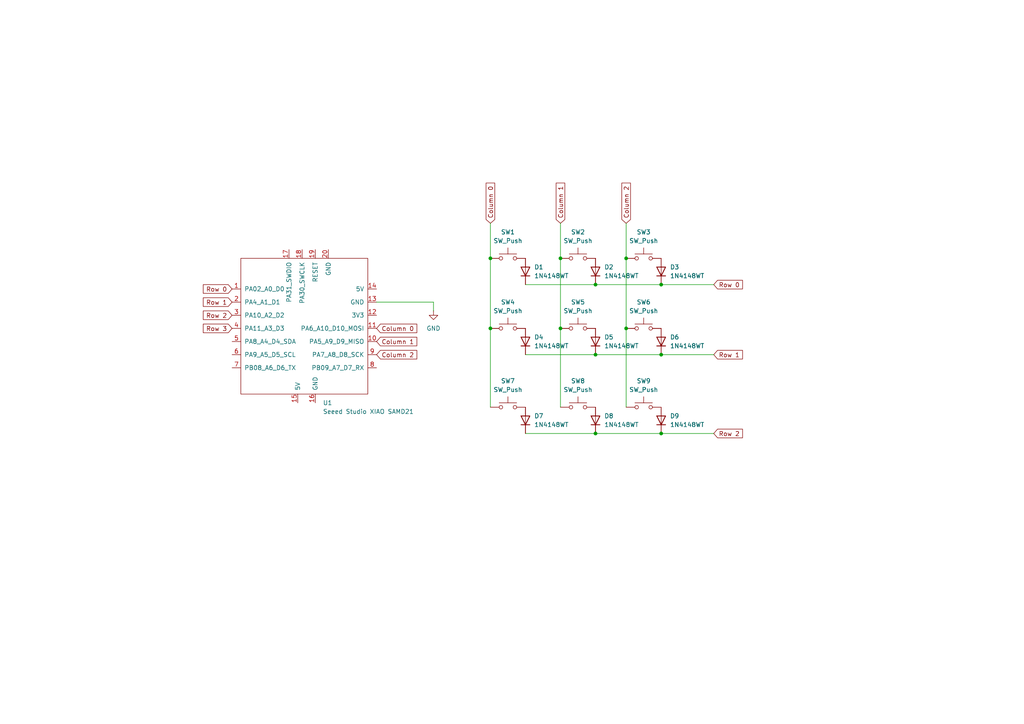
<source format=kicad_sch>
(kicad_sch (version 20231120) (generator "eeschema") (generator_version "8.0")
  (paper "A4")
  (lib_symbols
    (symbol "Diode:1N4148WT" (pin_numbers hide) (pin_names hide)
      (property "Reference" "D" (at 0 2.54 0))
      (property "Value" "1N4148WT" (at 0 -2.54 0))
      (symbol "1N4148WT_0_1"
        (polyline (pts (xy -1.27 1.27) (xy -1.27 -1.27)) (stroke (width 0.254)))
        (polyline (pts (xy 1.27 0) (xy -1.27 0)))
        (polyline (pts (xy 1.27 1.27) (xy 1.27 -1.27) (xy -1.27 0) (xy 1.27 1.27)) (stroke (width 0.254)))
      )
      (symbol "1N4148WT_1_1"
        (pin passive line (at -3.81 0 0) (length 2.54) (name "K") (number "1"))
        (pin passive line (at 3.81 0 180) (length 2.54) (name "A") (number "2"))
      )
    )
    (symbol "Seeed_Studio_XIAO_Series:Seeed Studio XIAO SAMD21" (pin_names (offset 1.016))
      (property "Reference" "U" (at -19.05 22.86 0))
      (property "Value" "Seeed Studio XIAO SAMD21" (at -12.7 21.59 0))
      (symbol "Seeed Studio XIAO SAMD21_0_1"
        (rectangle (start -19.05 20.32) (end 17.78 -19.05))
      )
      (symbol "Seeed Studio XIAO SAMD21_1_1"
        (pin unspecified line (at -21.59 11.43 0) (length 2.54) (name "PA02_A0_D0") (number "1"))
        (pin unspecified line (at 20.32 -3.81 180) (length 2.54) (name "PA5_A9_D9_MISO") (number "10"))
        (pin unspecified line (at 20.32 0 180) (length 2.54) (name "PA6_A10_D10_MOSI") (number "11"))
        (pin unspecified line (at 20.32 3.81 180) (length 2.54) (name "3V3") (number "12"))
        (pin unspecified line (at 20.32 7.62 180) (length 2.54) (name "GND") (number "13"))
        (pin unspecified line (at 20.32 11.43 180) (length 2.54) (name "5V") (number "14"))
        (pin input line (at -2.54 -21.59 90) (length 2.54) (name "5V") (number "15"))
        (pin input line (at 2.54 -21.59 90) (length 2.54) (name "GND") (number "16"))
        (pin input line (at -5.08 22.86 270) (length 2.54) (name "PA31_SWDIO") (number "17"))
        (pin input line (at -1.27 22.86 270) (length 2.54) (name "PA30_SWCLK") (number "18"))
        (pin input line (at 2.54 22.86 270) (length 2.54) (name "RESET") (number "19"))
        (pin unspecified line (at -21.59 7.62 0) (length 2.54) (name "PA4_A1_D1") (number "2"))
        (pin input line (at 6.35 22.86 270) (length 2.54) (name "GND") (number "20"))
        (pin unspecified line (at -21.59 3.81 0) (length 2.54) (name "PA10_A2_D2") (number "3"))
        (pin unspecified line (at -21.59 0 0) (length 2.54) (name "PA11_A3_D3") (number "4"))
        (pin unspecified line (at -21.59 -3.81 0) (length 2.54) (name "PA8_A4_D4_SDA") (number "5"))
        (pin unspecified line (at -21.59 -7.62 0) (length 2.54) (name "PA9_A5_D5_SCL") (number "6"))
        (pin unspecified line (at -21.59 -11.43 0) (length 2.54) (name "PB08_A6_D6_TX") (number "7"))
        (pin unspecified line (at 20.32 -11.43 180) (length 2.54) (name "PB09_A7_D7_RX") (number "8"))
        (pin unspecified line (at 20.32 -7.62 180) (length 2.54) (name "PA7_A8_D8_SCK") (number "9"))
      )
    )
    (symbol "Switch:SW_Push" (pin_numbers hide) (pin_names (offset 1.016) hide)
      (property "Reference" "SW" (at 1.27 2.54 0))
      (property "Value" "SW_Push" (at 0 -1.524 0))
      (symbol "SW_Push_0_1"
        (circle (center -2.032 0) (radius 0.508))
        (polyline (pts (xy 0 1.27) (xy 0 3.048)))
        (polyline (pts (xy 2.54 1.27) (xy -2.54 1.27)))
        (circle (center 2.032 0) (radius 0.508))
        (pin passive line (at -5.08 0 0) (length 2.54) (name "1") (number "1"))
        (pin passive line (at 5.08 0 180) (length 2.54) (name "2") (number "2"))
      )
    )
    (symbol "power:GND" (power) (pin_numbers hide) (pin_names (offset 0) hide)
      (property "Value" "GND" (at 0 -3.81 0))
      (symbol "GND_0_1"
        (polyline (pts (xy 0 0) (xy 0 -1.27) (xy 1.27 -1.27) (xy 0 -2.54) (xy -1.27 -1.27) (xy 0 -1.27)))
      )
      (symbol "GND_1_1"
        (pin power_in line (at 0 0 270) (length 0) (name "~") (number "1"))
      )
    )
  )
  (junction (at 191.77 102.87))
  (junction (at 172.72 82.55))
  (junction (at 142.24 74.93))
  (junction (at 162.56 74.93))
  (junction (at 172.72 125.73))
  (junction (at 181.61 74.93))
  (junction (at 172.72 102.87))
  (junction (at 181.61 95.25))
  (junction (at 191.77 82.55))
  (junction (at 191.77 125.73))
  (junction (at 162.56 95.25))
  (junction (at 142.24 95.25))
  (wire (pts (xy 172.72 102.87) (xy 191.77 102.87)))
  (wire (pts (xy 181.61 95.25) (xy 181.61 118.11)))
  (wire (pts (xy 142.24 64.77) (xy 142.24 74.93)))
  (wire (pts (xy 125.73 87.63) (xy 125.73 90.17)))
  (wire (pts (xy 207.01 125.73) (xy 191.77 125.73)))
  (wire (pts (xy 162.56 74.93) (xy 162.56 95.25)))
  (wire (pts (xy 109.22 87.63) (xy 125.73 87.63)))
  (wire (pts (xy 142.24 74.93) (xy 142.24 95.25)))
  (wire (pts (xy 207.01 102.87) (xy 191.77 102.87)))
  (wire (pts (xy 172.72 82.55) (xy 191.77 82.55)))
  (wire (pts (xy 207.01 82.55) (xy 191.77 82.55)))
  (wire (pts (xy 181.61 64.77) (xy 181.61 74.93)))
  (wire (pts (xy 142.24 95.25) (xy 142.24 118.11)))
  (wire (pts (xy 162.56 95.25) (xy 162.56 118.11)))
  (wire (pts (xy 172.72 125.73) (xy 191.77 125.73)))
  (wire (pts (xy 152.4 82.55) (xy 172.72 82.55)))
  (wire (pts (xy 181.61 74.93) (xy 181.61 95.25)))
  (wire (pts (xy 152.4 125.73) (xy 172.72 125.73)))
  (wire (pts (xy 162.56 64.77) (xy 162.56 74.93)))
  (wire (pts (xy 152.4 102.87) (xy 172.72 102.87)))
  (global_label "Column 0" (shape input) (at 109.22 95.25 0) (property "Intersheetrefs" "${INTERSHEET_REFS}" (effects (hide yes))))
  (global_label "Column 2" (shape input) (at 181.61 64.77 90) (property "Intersheetrefs" "${INTERSHEET_REFS}" (effects (hide yes))))
  (global_label "Column 2" (shape input) (at 109.22 102.87 0) (property "Intersheetrefs" "${INTERSHEET_REFS}" (effects (hide yes))))
  (global_label "Row 0" (shape input) (at 207.01 82.55 0) (property "Intersheetrefs" "${INTERSHEET_REFS}" (effects (hide yes))))
  (global_label "Column 1" (shape input) (at 109.22 99.06 0) (property "Intersheetrefs" "${INTERSHEET_REFS}" (effects (hide yes))))
  (global_label "Row 2" (shape input) (at 67.31 91.44 180) (property "Intersheetrefs" "${INTERSHEET_REFS}" (effects (hide yes))))
  (global_label "Row 1" (shape input) (at 67.31 87.63 180) (property "Intersheetrefs" "${INTERSHEET_REFS}" (effects (hide yes))))
  (global_label "Row 3" (shape input) (at 67.31 95.25 180) (property "Intersheetrefs" "${INTERSHEET_REFS}" (effects (hide yes))))
  (global_label "Row 1" (shape input) (at 207.01 102.87 0) (property "Intersheetrefs" "${INTERSHEET_REFS}" (effects (hide yes))))
  (global_label "Column 0" (shape input) (at 142.24 64.77 90) (property "Intersheetrefs" "${INTERSHEET_REFS}" (effects (hide yes))))
  (global_label "Row 0" (shape input) (at 67.31 83.82 180) (property "Intersheetrefs" "${INTERSHEET_REFS}" (effects (hide yes))))
  (global_label "Column 1" (shape input) (at 162.56 64.77 90) (property "Intersheetrefs" "${INTERSHEET_REFS}" (effects (hide yes))))
  (global_label "Row 2" (shape input) (at 207.01 125.73 0) (property "Intersheetrefs" "${INTERSHEET_REFS}" (effects (hide yes))))
  (symbol (lib_id "Switch:SW_Push") (at 167.64 95.25 0) (unit 1)
    (property "Reference" "SW5" (at 167.64 87.63 0))
    (property "Value" "SW_Push" (at 167.64 90.17 0))
    (property "Footprint" "Button_Switch_Keyboard:SW_Cherry_MX_1.00u_PCB" (effects (hide yes)))
    (property "Description" "Push button switch, generic, two pins" (effects (hide yes)))
  )
  (symbol (lib_id "Switch:SW_Push") (at 186.69 95.25 0) (unit 1)
    (property "Reference" "SW6" (at 186.69 87.63 0))
    (property "Value" "SW_Push" (at 186.69 90.17 0))
    (property "Footprint" "Button_Switch_Keyboard:SW_Cherry_MX_1.00u_PCB" (effects (hide yes)))
    (property "Description" "Push button switch, generic, two pins" (effects (hide yes)))
  )
  (symbol (lib_id "Diode:1N4148WT") (at 152.4 78.74 90) (unit 1)
    (property "Reference" "D1" (at 154.94 77.4699 90) (effects (justify right)))
    (property "Value" "1N4148WT" (at 154.94 80.0099 90) (effects (justify right)))
    (property "Footprint" "Diode_SMD:D_SOD-523" (effects (hide yes)))
    (property "Datasheet" "https://www.diodes.com/assets/Datasheets/ds30396.pdf" (effects (hide yes)))
    (property "Description" "75V 0.15A Fast switching Diode, SOD-523" (effects (hide yes)))
    (property "Sim.Device" "D" (effects (hide yes)))
    (property "Sim.Pins" "1=K 2=A" (effects (hide yes)))
  )
  (symbol (lib_id "Seeed_Studio_XIAO_Series:Seeed Studio XIAO SAMD21") (at 88.9 95.25 0) (unit 1)
    (property "Reference" "U1" (at 93.6341 116.84 0) (effects (justify left)))
    (property "Value" "Seeed Studio XIAO SAMD21" (at 93.6341 119.38 0) (effects (justify left)))
    (property "Footprint" "Seeed Studio XIAO Series Library:XIAO-RP2040-SMD" (effects (hide yes)))
  )
  (symbol (lib_id "Diode:1N4148WT") (at 191.77 78.74 90) (unit 1)
    (property "Reference" "D3" (at 194.31 77.4699 90) (effects (justify right)))
    (property "Value" "1N4148WT" (at 194.31 80.0099 90) (effects (justify right)))
    (property "Footprint" "Diode_SMD:D_SOD-523" (effects (hide yes)))
    (property "Datasheet" "https://www.diodes.com/assets/Datasheets/ds30396.pdf" (effects (hide yes)))
    (property "Description" "75V 0.15A Fast switching Diode, SOD-523" (effects (hide yes)))
    (property "Sim.Device" "D" (effects (hide yes)))
    (property "Sim.Pins" "1=K 2=A" (effects (hide yes)))
  )
  (symbol (lib_id "Switch:SW_Push") (at 186.69 74.93 0) (unit 1)
    (property "Reference" "SW3" (at 186.69 67.31 0))
    (property "Value" "SW_Push" (at 186.69 69.85 0))
    (property "Footprint" "Button_Switch_Keyboard:SW_Cherry_MX_1.00u_PCB" (effects (hide yes)))
    (property "Description" "Push button switch, generic, two pins" (effects (hide yes)))
  )
  (symbol (lib_id "power:GND") (at 125.73 90.17 0) (unit 1)
    (property "Reference" "#PWR02" (effects (hide yes)))
    (property "Value" "GND" (at 125.73 95.25 0))
    (property "Description" "Power symbol creates a global label with name \"GND\" , ground" (effects (hide yes)))
  )
  (symbol (lib_id "Diode:1N4148WT") (at 152.4 121.92 90) (unit 1)
    (property "Reference" "D7" (at 154.94 120.6499 90) (effects (justify right)))
    (property "Value" "1N4148WT" (at 154.94 123.1899 90) (effects (justify right)))
    (property "Footprint" "Diode_SMD:D_SOD-523" (effects (hide yes)))
    (property "Datasheet" "https://www.diodes.com/assets/Datasheets/ds30396.pdf" (effects (hide yes)))
    (property "Description" "75V 0.15A Fast switching Diode, SOD-523" (effects (hide yes)))
    (property "Sim.Device" "D" (effects (hide yes)))
    (property "Sim.Pins" "1=K 2=A" (effects (hide yes)))
  )
  (symbol (lib_id "Diode:1N4148WT") (at 172.72 99.06 90) (unit 1)
    (property "Reference" "D5" (at 175.26 97.7899 90) (effects (justify right)))
    (property "Value" "1N4148WT" (at 175.26 100.3299 90) (effects (justify right)))
    (property "Footprint" "Diode_SMD:D_SOD-523" (effects (hide yes)))
    (property "Datasheet" "https://www.diodes.com/assets/Datasheets/ds30396.pdf" (effects (hide yes)))
    (property "Description" "75V 0.15A Fast switching Diode, SOD-523" (effects (hide yes)))
    (property "Sim.Device" "D" (effects (hide yes)))
    (property "Sim.Pins" "1=K 2=A" (effects (hide yes)))
  )
  (symbol (lib_id "Diode:1N4148WT") (at 172.72 121.92 90) (unit 1)
    (property "Reference" "D8" (at 175.26 120.6499 90) (effects (justify right)))
    (property "Value" "1N4148WT" (at 175.26 123.1899 90) (effects (justify right)))
    (property "Footprint" "Diode_SMD:D_SOD-523" (effects (hide yes)))
    (property "Datasheet" "https://www.diodes.com/assets/Datasheets/ds30396.pdf" (effects (hide yes)))
    (property "Description" "75V 0.15A Fast switching Diode, SOD-523" (effects (hide yes)))
    (property "Sim.Device" "D" (effects (hide yes)))
    (property "Sim.Pins" "1=K 2=A" (effects (hide yes)))
  )
  (symbol (lib_id "Diode:1N4148WT") (at 191.77 99.06 90) (unit 1)
    (property "Reference" "D6" (at 194.31 97.7899 90) (effects (justify right)))
    (property "Value" "1N4148WT" (at 194.31 100.3299 90) (effects (justify right)))
    (property "Footprint" "Diode_SMD:D_SOD-523" (effects (hide yes)))
    (property "Datasheet" "https://www.diodes.com/assets/Datasheets/ds30396.pdf" (effects (hide yes)))
    (property "Description" "75V 0.15A Fast switching Diode, SOD-523" (effects (hide yes)))
    (property "Sim.Device" "D" (effects (hide yes)))
    (property "Sim.Pins" "1=K 2=A" (effects (hide yes)))
  )
  (symbol (lib_id "Diode:1N4148WT") (at 191.77 121.92 90) (unit 1)
    (property "Reference" "D9" (at 194.31 120.6499 90) (effects (justify right)))
    (property "Value" "1N4148WT" (at 194.31 123.1899 90) (effects (justify right)))
    (property "Footprint" "Diode_SMD:D_SOD-523" (effects (hide yes)))
    (property "Datasheet" "https://www.diodes.com/assets/Datasheets/ds30396.pdf" (effects (hide yes)))
    (property "Description" "75V 0.15A Fast switching Diode, SOD-523" (effects (hide yes)))
    (property "Sim.Device" "D" (effects (hide yes)))
    (property "Sim.Pins" "1=K 2=A" (effects (hide yes)))
  )
  (symbol (lib_id "Switch:SW_Push") (at 147.32 74.93 0) (unit 1)
    (property "Reference" "SW1" (at 147.32 67.31 0))
    (property "Value" "SW_Push" (at 147.32 69.85 0))
    (property "Footprint" "Button_Switch_Keyboard:SW_Cherry_MX_1.00u_PCB" (effects (hide yes)))
    (property "Description" "Push button switch, generic, two pins" (effects (hide yes)))
  )
  (symbol (lib_id "Switch:SW_Push") (at 167.64 118.11 0) (unit 1)
    (property "Reference" "SW8" (at 167.64 110.49 0))
    (property "Value" "SW_Push" (at 167.64 113.03 0))
    (property "Footprint" "Button_Switch_Keyboard:SW_Cherry_MX_1.00u_PCB" (effects (hide yes)))
    (property "Description" "Push button switch, generic, two pins" (effects (hide yes)))
  )
  (symbol (lib_id "Diode:1N4148WT") (at 152.4 99.06 90) (unit 1)
    (property "Reference" "D4" (at 154.94 97.7899 90) (effects (justify right)))
    (property "Value" "1N4148WT" (at 154.94 100.3299 90) (effects (justify right)))
    (property "Footprint" "Diode_SMD:D_SOD-523" (effects (hide yes)))
    (property "Datasheet" "https://www.diodes.com/assets/Datasheets/ds30396.pdf" (effects (hide yes)))
    (property "Description" "75V 0.15A Fast switching Diode, SOD-523" (effects (hide yes)))
    (property "Sim.Device" "D" (effects (hide yes)))
    (property "Sim.Pins" "1=K 2=A" (effects (hide yes)))
  )
  (symbol (lib_id "Switch:SW_Push") (at 186.69 118.11 0) (unit 1)
    (property "Reference" "SW9" (at 186.69 110.49 0))
    (property "Value" "SW_Push" (at 186.69 113.03 0))
    (property "Footprint" "Button_Switch_Keyboard:SW_Cherry_MX_1.00u_PCB" (effects (hide yes)))
    (property "Description" "Push button switch, generic, two pins" (effects (hide yes)))
  )
  (symbol (lib_id "Diode:1N4148WT") (at 172.72 78.74 90) (unit 1)
    (property "Reference" "D2" (at 175.26 77.4699 90) (effects (justify right)))
    (property "Value" "1N4148WT" (at 175.26 80.0099 90) (effects (justify right)))
    (property "Footprint" "Diode_SMD:D_SOD-523" (effects (hide yes)))
    (property "Datasheet" "https://www.diodes.com/assets/Datasheets/ds30396.pdf" (effects (hide yes)))
    (property "Description" "75V 0.15A Fast switching Diode, SOD-523" (effects (hide yes)))
    (property "Sim.Device" "D" (effects (hide yes)))
    (property "Sim.Pins" "1=K 2=A" (effects (hide yes)))
  )
  (symbol (lib_id "Switch:SW_Push") (at 167.64 74.93 0) (unit 1)
    (property "Reference" "SW2" (at 167.64 67.31 0))
    (property "Value" "SW_Push" (at 167.64 69.85 0))
    (property "Footprint" "Button_Switch_Keyboard:SW_Cherry_MX_1.00u_PCB" (effects (hide yes)))
    (property "Description" "Push button switch, generic, two pins" (effects (hide yes)))
  )
  (symbol (lib_id "Switch:SW_Push") (at 147.32 118.11 0) (unit 1)
    (property "Reference" "SW7" (at 147.32 110.49 0))
    (property "Value" "SW_Push" (at 147.32 113.03 0))
    (property "Footprint" "Button_Switch_Keyboard:SW_Cherry_MX_1.00u_PCB" (effects (hide yes)))
    (property "Description" "Push button switch, generic, two pins" (effects (hide yes)))
  )
  (symbol (lib_id "Switch:SW_Push") (at 147.32 95.25 0) (unit 1)
    (property "Reference" "SW4" (at 147.32 87.63 0))
    (property "Value" "SW_Push" (at 147.32 90.17 0))
    (property "Footprint" "Button_Switch_Keyboard:SW_Cherry_MX_1.00u_PCB" (effects (hide yes)))
    (property "Description" "Push button switch, generic, two pins" (effects (hide yes)))
  )
)
</source>
